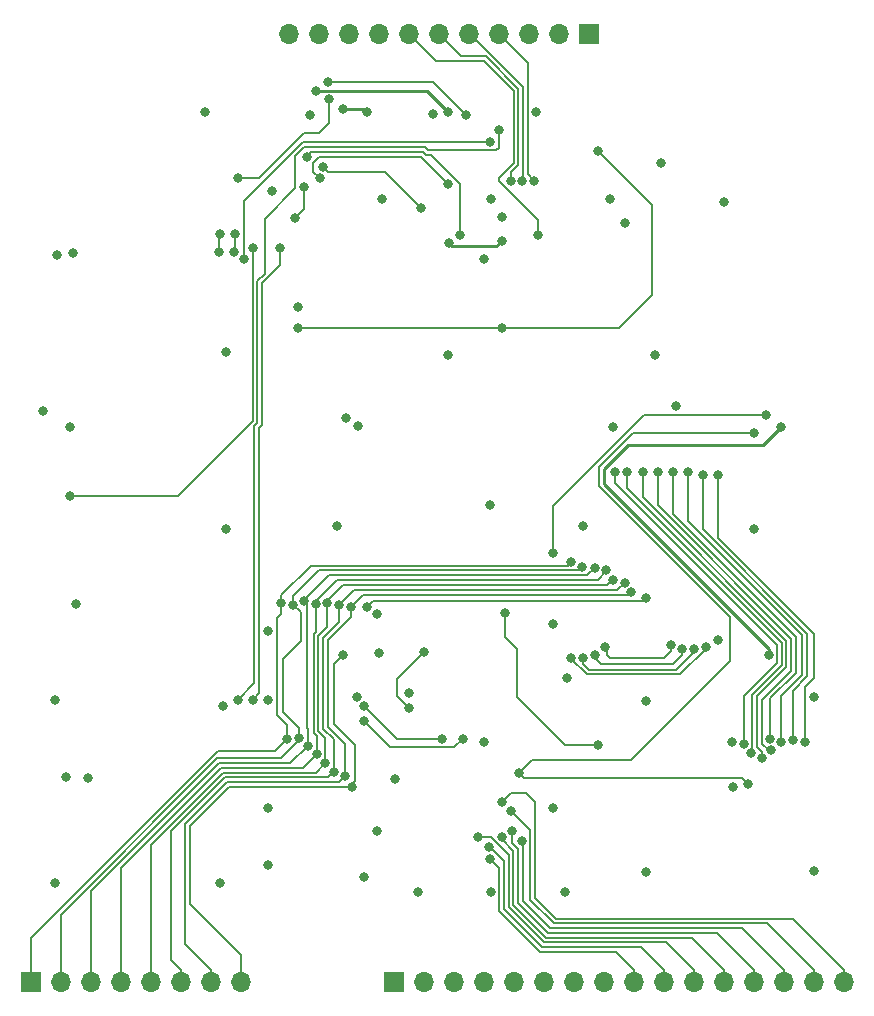
<source format=gbr>
%TF.GenerationSoftware,KiCad,Pcbnew,(6.0.0-0)*%
%TF.CreationDate,2022-02-14T21:13:18-05:00*%
%TF.ProjectId,Minified-Gpr,4d696e69-6669-4656-942d-4770722e6b69,rev?*%
%TF.SameCoordinates,Original*%
%TF.FileFunction,Copper,L4,Bot*%
%TF.FilePolarity,Positive*%
%FSLAX46Y46*%
G04 Gerber Fmt 4.6, Leading zero omitted, Abs format (unit mm)*
G04 Created by KiCad (PCBNEW (6.0.0-0)) date 2022-02-14 21:13:18*
%MOMM*%
%LPD*%
G01*
G04 APERTURE LIST*
%TA.AperFunction,ComponentPad*%
%ADD10R,1.700000X1.700000*%
%TD*%
%TA.AperFunction,ComponentPad*%
%ADD11O,1.700000X1.700000*%
%TD*%
%TA.AperFunction,ViaPad*%
%ADD12C,0.800000*%
%TD*%
%TA.AperFunction,Conductor*%
%ADD13C,0.200000*%
%TD*%
%TA.AperFunction,Conductor*%
%ADD14C,0.250000*%
%TD*%
G04 APERTURE END LIST*
D10*
%TO.P,J1,1,Pin_1*%
%TO.N,BUS0*%
X73929000Y-147574000D03*
D11*
%TO.P,J1,2,Pin_2*%
%TO.N,BUS1*%
X76469000Y-147574000D03*
%TO.P,J1,3,Pin_3*%
%TO.N,BUS2*%
X79009000Y-147574000D03*
%TO.P,J1,4,Pin_4*%
%TO.N,BUS3*%
X81549000Y-147574000D03*
%TO.P,J1,5,Pin_5*%
%TO.N,BUS4*%
X84089000Y-147574000D03*
%TO.P,J1,6,Pin_6*%
%TO.N,BUS5*%
X86629000Y-147574000D03*
%TO.P,J1,7,Pin_7*%
%TO.N,BUS6*%
X89169000Y-147574000D03*
%TO.P,J1,8,Pin_8*%
%TO.N,BUS7*%
X91709000Y-147574000D03*
%TD*%
D10*
%TO.P,J2,1,Pin_1*%
%TO.N,ADDR0*%
X104648000Y-147574000D03*
D11*
%TO.P,J2,2,Pin_2*%
%TO.N,ADDR1*%
X107188000Y-147574000D03*
%TO.P,J2,3,Pin_3*%
%TO.N,ADDR2*%
X109728000Y-147574000D03*
%TO.P,J2,4,Pin_4*%
%TO.N,ADDR3*%
X112268000Y-147574000D03*
%TO.P,J2,5,Pin_5*%
%TO.N,ADDR4*%
X114808000Y-147574000D03*
%TO.P,J2,6,Pin_6*%
%TO.N,ADDR5*%
X117348000Y-147574000D03*
%TO.P,J2,7,Pin_7*%
%TO.N,ADDR6*%
X119888000Y-147574000D03*
%TO.P,J2,8,Pin_8*%
%TO.N,ADDR7*%
X122428000Y-147574000D03*
%TO.P,J2,9,Pin_9*%
%TO.N,ADDR8*%
X124968000Y-147574000D03*
%TO.P,J2,10,Pin_10*%
%TO.N,ADDR9*%
X127508000Y-147574000D03*
%TO.P,J2,11,Pin_11*%
%TO.N,ADDR10*%
X130048000Y-147574000D03*
%TO.P,J2,12,Pin_12*%
%TO.N,ADDR11*%
X132588000Y-147574000D03*
%TO.P,J2,13,Pin_13*%
%TO.N,ADDR12*%
X135128000Y-147574000D03*
%TO.P,J2,14,Pin_14*%
%TO.N,ADDR13*%
X137668000Y-147574000D03*
%TO.P,J2,15,Pin_15*%
%TO.N,ADDR14*%
X140208000Y-147574000D03*
%TO.P,J2,16,Pin_16*%
%TO.N,ADDR15*%
X142748000Y-147574000D03*
%TD*%
D10*
%TO.P,J3,1,Pin_1*%
%TO.N,CONTROL0*%
X121158000Y-67310000D03*
D11*
%TO.P,J3,2,Pin_2*%
%TO.N,CONTROL1*%
X118618000Y-67310000D03*
%TO.P,J3,3,Pin_3*%
%TO.N,CONTROL2*%
X116078000Y-67310000D03*
%TO.P,J3,4,Pin_4*%
%TO.N,CONTROL3*%
X113538000Y-67310000D03*
%TO.P,J3,5,Pin_5*%
%TO.N,CONTROL4*%
X110998000Y-67310000D03*
%TO.P,J3,6,Pin_6*%
%TO.N,CONTROL5*%
X108458000Y-67310000D03*
%TO.P,J3,7,Pin_7*%
%TO.N,CONTROL6*%
X105918000Y-67310000D03*
%TO.P,J3,8,Pin_8*%
%TO.N,~{CONTROL7}*%
X103378000Y-67310000D03*
%TO.P,J3,9,Pin_9*%
%TO.N,CLOCK*%
X100838000Y-67310000D03*
%TO.P,J3,10,Pin_10*%
%TO.N,GND*%
X98298000Y-67310000D03*
%TO.P,J3,11,Pin_11*%
%TO.N,VCC*%
X95758000Y-67310000D03*
%TD*%
D12*
%TO.N,BUS0*%
X119666213Y-112039479D03*
X95641201Y-126982582D03*
X119650497Y-120142000D03*
X95147280Y-115494036D03*
X131050683Y-119234305D03*
%TO.N,BUS1*%
X120585344Y-112438989D03*
X96637733Y-126905582D03*
X120650000Y-120142000D03*
X130048177Y-119376080D03*
X96133282Y-115657757D03*
%TO.N,BUS2*%
X97080785Y-115339572D03*
X97390096Y-127573914D03*
X121653667Y-112519655D03*
X121666000Y-119888000D03*
X129049106Y-119405430D03*
%TO.N,BUS3*%
X98039516Y-115622133D03*
X98169000Y-128279842D03*
X122635576Y-112706364D03*
X122578918Y-119236348D03*
X128112877Y-119055459D03*
%TO.N,BUS4*%
X98868500Y-129032243D03*
X123190000Y-113538000D03*
X99035604Y-115539589D03*
%TO.N,BUS5*%
X100029694Y-115643470D03*
X124206000Y-113792000D03*
X99581339Y-129787561D03*
%TO.N,BUS6*%
X101005186Y-115861233D03*
X124779481Y-114616500D03*
X100522893Y-130122942D03*
%TO.N,BUS7*%
X102362000Y-115824000D03*
X100330000Y-119888000D03*
X101092000Y-131064000D03*
X125984000Y-115062000D03*
%TO.N,ADDR8*%
X112779503Y-137151827D03*
%TO.N,ADDR9*%
X112683664Y-136156930D03*
%TO.N,ADDR10*%
X111770900Y-135356520D03*
%TO.N,ADDR11*%
X113796124Y-135290901D03*
%TO.N,ADDR12*%
X114676141Y-134817007D03*
%TO.N,ADDR13*%
X115486989Y-135636000D03*
%TO.N,ADDR14*%
X114554000Y-133096000D03*
%TO.N,ADDR15*%
X113792000Y-132334000D03*
%TO.N,CLOCK*%
X99157000Y-72860500D03*
X91440000Y-79502000D03*
%TO.N,GND*%
X74970000Y-99250000D03*
X100580000Y-99810000D03*
X103270000Y-116430000D03*
X99821380Y-108977543D03*
X90424000Y-109220000D03*
X89916000Y-139192000D03*
X76140000Y-86060000D03*
X75946000Y-123698000D03*
X140208000Y-123444000D03*
X132588000Y-81534000D03*
X112912348Y-81338826D03*
X109220000Y-94488000D03*
X75946000Y-139192000D03*
X94377983Y-80654773D03*
X112872945Y-139954000D03*
X112268000Y-127254000D03*
X90424000Y-94234000D03*
X122936000Y-81280000D03*
X90170000Y-124206000D03*
X120650000Y-108966000D03*
X101568359Y-123428980D03*
X102108000Y-138684000D03*
X112776000Y-107188000D03*
X113792000Y-82804000D03*
X126046500Y-123832625D03*
X104770000Y-130370000D03*
X135128000Y-109220000D03*
X126046500Y-138241481D03*
X128590000Y-98860000D03*
X103632000Y-81280000D03*
X140208000Y-138176000D03*
X76930000Y-130240000D03*
X126746000Y-94488000D03*
%TO.N,Net-(U2-Pad13)*%
X97028000Y-80264000D03*
X96309463Y-82877700D03*
%TO.N,VCC*%
X118140604Y-117317397D03*
X118110000Y-132842000D03*
X116706031Y-73914000D03*
X133350000Y-131064000D03*
X124206000Y-83312000D03*
X106680000Y-139954000D03*
X93980000Y-123698000D03*
X132122154Y-118660154D03*
X123190000Y-100584000D03*
X119126000Y-139954000D03*
X112268000Y-86360000D03*
X105929543Y-123093056D03*
X93980000Y-137668000D03*
X119283054Y-121884752D03*
X108012000Y-74106000D03*
X77470000Y-85852000D03*
X93980000Y-117856000D03*
X96520000Y-90424000D03*
X77216000Y-100584000D03*
X77724000Y-115570000D03*
X97536000Y-74168000D03*
X103370000Y-119760000D03*
X93980000Y-132842000D03*
X103240000Y-134770000D03*
X127254000Y-78232000D03*
X88646000Y-73914000D03*
X133300713Y-127252889D03*
X101610000Y-100510000D03*
X78740000Y-130302000D03*
%TO.N,/~{F_OUT}*%
X113792000Y-92202000D03*
X96520000Y-92202000D03*
X121920000Y-77216000D03*
%TO.N,/~{S3_OUT}*%
X134620000Y-130810000D03*
X135128000Y-101092000D03*
X115228400Y-129881599D03*
%TO.N,/~{S1S2_OUT}*%
X107188000Y-119634000D03*
X105904076Y-124375517D03*
%TO.N,/~{S2_OUT}*%
X95052825Y-85475233D03*
X92710000Y-123698000D03*
%TO.N,/~{D_OUT}*%
X77216000Y-106426000D03*
X92770048Y-85454840D03*
%TO.N,/S1D7*%
X108712000Y-127000000D03*
X102173288Y-124224632D03*
%TO.N,/S1D6*%
X110490000Y-127000000D03*
X102108000Y-125476000D03*
%TO.N,CONTROL3*%
X116553006Y-79756000D03*
%TO.N,CONTROL4*%
X115553503Y-79756000D03*
%TO.N,CONTROL5*%
X114554000Y-79756000D03*
%TO.N,CONTROL6*%
X116840000Y-84328000D03*
%TO.N,Net-(U2-Pad11)*%
X98044000Y-72136000D03*
X109220000Y-73914000D03*
%TO.N,Net-(U2-Pad10)*%
X98626662Y-78590899D03*
X106934000Y-82042000D03*
%TO.N,/~{S3_LSB_OUT}*%
X136144000Y-99568000D03*
X118110000Y-111252000D03*
%TO.N,/~{S3_MSB_OUT}*%
X136398000Y-119888000D03*
X137414000Y-100584000D03*
%TO.N,/LDF*%
X109312000Y-84998000D03*
X113792000Y-84836000D03*
%TO.N,Net-(U2-Pad9)*%
X110236000Y-84328000D03*
X97282000Y-77724000D03*
%TO.N,Net-(U2-Pad12)*%
X99060000Y-71374000D03*
X110744000Y-74168000D03*
%TO.N,/LDC*%
X89916000Y-84250500D03*
X89883707Y-85789500D03*
%TO.N,/LDD*%
X91104553Y-85789500D03*
X91186000Y-84250500D03*
%TO.N,/LDS1*%
X112776000Y-76454000D03*
X91948000Y-86360000D03*
%TO.N,/LDS2*%
X91440000Y-123698000D03*
X113538000Y-75438000D03*
%TO.N,Net-(U20-Pad1)*%
X98380067Y-79559504D03*
X109220000Y-80010000D03*
%TO.N,Net-(U20-Pad12)*%
X102362000Y-73914000D03*
X100330000Y-73660000D03*
%TO.N,/S3L7*%
X121920000Y-127508000D03*
X114046000Y-116332000D03*
%TO.N,/S3H7*%
X139446000Y-127254000D03*
X132080000Y-104648000D03*
%TO.N,/S3H6*%
X138431099Y-127087702D03*
X130810000Y-104648000D03*
%TO.N,/S3H5*%
X137456172Y-127307978D03*
X129540000Y-104456500D03*
%TO.N,/S3H4*%
X136504098Y-126992617D03*
X128270000Y-104456500D03*
%TO.N,/S3H3*%
X136596437Y-127987845D03*
X127000000Y-104456500D03*
%TO.N,/S3H2*%
X135839777Y-128640892D03*
X125730000Y-104456500D03*
%TO.N,/S3H1*%
X124408640Y-104456500D03*
X134923571Y-128241429D03*
%TO.N,/S3H0*%
X123409137Y-104456500D03*
X134283481Y-127435023D03*
%TD*%
D13*
%TO.N,BUS0*%
X94607783Y-128016000D02*
X89771046Y-128016000D01*
X89771046Y-128016000D02*
X73929000Y-143858046D01*
X95641201Y-126982582D02*
X95641201Y-125867201D01*
X120992516Y-121557510D02*
X128855990Y-121557510D01*
X128855990Y-121557510D02*
X131050683Y-119362817D01*
X95641201Y-126982582D02*
X94607783Y-128016000D01*
X97661539Y-112339468D02*
X119366224Y-112339468D01*
X119650497Y-120215490D02*
X120992516Y-121557510D01*
X95641201Y-125867201D02*
X94742000Y-124968000D01*
X95147280Y-114853727D02*
X97661539Y-112339468D01*
X94742000Y-124968000D02*
X94742000Y-116811111D01*
X95147280Y-115494036D02*
X95147280Y-114853727D01*
X131050683Y-119362817D02*
X131050683Y-119234305D01*
X73929000Y-143858046D02*
X73929000Y-147574000D01*
X95147280Y-116405831D02*
X95147280Y-115494036D01*
X119366224Y-112339468D02*
X119666213Y-112039479D01*
X119650497Y-120142000D02*
X119650497Y-120215490D01*
X94742000Y-116811111D02*
X95147280Y-116405831D01*
%TO.N,BUS1*%
X96774000Y-118701020D02*
X96774000Y-116298475D01*
X96133282Y-114940718D02*
X98335021Y-112738979D01*
X76469000Y-141883039D02*
X89685105Y-128666934D01*
X95250000Y-124714000D02*
X95250000Y-120225020D01*
X121158000Y-121158000D02*
X128524000Y-121158000D01*
X96774000Y-116298475D02*
X96133282Y-115657757D01*
X130048177Y-119633823D02*
X130048177Y-119376080D01*
X120650000Y-120142000D02*
X120650000Y-120650000D01*
X96637733Y-126101733D02*
X95250000Y-124714000D01*
X128524000Y-121158000D02*
X130048177Y-119633823D01*
X96637733Y-127096934D02*
X96637733Y-126905582D01*
X96133282Y-115657757D02*
X96133282Y-114940718D01*
X89685105Y-128666934D02*
X95067733Y-128666934D01*
X95250000Y-120225020D02*
X96774000Y-118701020D01*
X120285354Y-112738979D02*
X120585344Y-112438989D01*
X98335021Y-112738979D02*
X120285354Y-112738979D01*
X96637733Y-126905582D02*
X96637733Y-126101733D01*
X120650000Y-120650000D02*
X121158000Y-121158000D01*
X76469000Y-147574000D02*
X76469000Y-141883039D01*
X95067733Y-128666934D02*
X96637733Y-127096934D01*
%TO.N,BUS2*%
X89850588Y-129066445D02*
X95897565Y-129066445D01*
X97390096Y-127573914D02*
X97390096Y-126149090D01*
X97299376Y-126058370D02*
X97299376Y-115558163D01*
X129049106Y-119870894D02*
X129049106Y-119405430D01*
X97390096Y-126149090D02*
X97299376Y-126058370D01*
X79009000Y-139908033D02*
X89850588Y-129066445D01*
X121666000Y-119888000D02*
X121666000Y-120142000D01*
X121034833Y-113138489D02*
X121653667Y-112519655D01*
X97080785Y-115339572D02*
X97080785Y-115263215D01*
X97299376Y-115558163D02*
X97080785Y-115339572D01*
X122174000Y-120650000D02*
X128270000Y-120650000D01*
X121666000Y-120142000D02*
X122174000Y-120650000D01*
X95897565Y-129066445D02*
X97390096Y-127573914D01*
X99205511Y-113138489D02*
X121034833Y-113138489D01*
X79009000Y-147574000D02*
X79009000Y-139908033D01*
X97080785Y-115263215D02*
X99205511Y-113138489D01*
X128270000Y-120650000D02*
X129049106Y-119870894D01*
%TO.N,BUS3*%
X81549000Y-147574000D02*
X81549000Y-137933026D01*
X97861469Y-126480452D02*
X97861469Y-118121551D01*
X98039516Y-115622133D02*
X98039516Y-115320484D01*
X99822000Y-113538000D02*
X121920000Y-113538000D01*
X98039516Y-115320484D02*
X99822000Y-113538000D01*
X122936000Y-120142000D02*
X127508000Y-120142000D01*
X96982886Y-129465956D02*
X98169000Y-128279842D01*
X122682000Y-119888000D02*
X122936000Y-120142000D01*
X122635576Y-112822424D02*
X122635576Y-112706364D01*
X98039516Y-117943504D02*
X98039516Y-115622133D01*
X81549000Y-137933026D02*
X90016070Y-129465956D01*
X98169000Y-128279842D02*
X98169000Y-126787983D01*
X97861469Y-118121551D02*
X98039516Y-117943504D01*
X98169000Y-126787983D02*
X97861469Y-126480452D01*
X122682000Y-119339430D02*
X122682000Y-119888000D01*
X127508000Y-120142000D02*
X128112877Y-119537123D01*
X128112877Y-119537123D02*
X128112877Y-119055459D01*
X121920000Y-113538000D02*
X122635576Y-112822424D01*
X90016070Y-129465956D02*
X96982886Y-129465956D01*
X122578918Y-119236348D02*
X122682000Y-119339430D01*
%TO.N,BUS4*%
X100367021Y-114008979D02*
X99035604Y-115340396D01*
X98035276Y-129865467D02*
X98868500Y-129032243D01*
X123190000Y-113538000D02*
X122719021Y-114008979D01*
X98260978Y-118287036D02*
X99035604Y-117512410D01*
X98868500Y-129032243D02*
X98868500Y-126922487D01*
X84089000Y-135958020D02*
X90181553Y-129865467D01*
X84089000Y-147574000D02*
X84089000Y-135958020D01*
X90181553Y-129865467D02*
X98035276Y-129865467D01*
X99035604Y-117512410D02*
X99035604Y-115539589D01*
X98260980Y-126314968D02*
X98260978Y-118287036D01*
X98868500Y-126922487D02*
X98260980Y-126314968D01*
X99035604Y-115340396D02*
X99035604Y-115539589D01*
X122719021Y-114008979D02*
X100367021Y-114008979D01*
%TO.N,BUS5*%
X123589511Y-114408489D02*
X124206000Y-113792000D01*
X85779000Y-145708000D02*
X85779000Y-134833013D01*
X85779000Y-134833013D02*
X90347035Y-130264978D01*
X98660490Y-126149484D02*
X98660489Y-118452518D01*
X99568000Y-129774222D02*
X99568000Y-127056994D01*
X100029694Y-117083313D02*
X100029694Y-115643470D01*
X99103922Y-130264978D02*
X99581339Y-129787561D01*
X98660489Y-118452518D02*
X100029694Y-117083313D01*
X99581339Y-129787561D02*
X99568000Y-129774222D01*
X90347035Y-130264978D02*
X99103922Y-130264978D01*
X86629000Y-146558000D02*
X86629000Y-147574000D01*
X101264675Y-114408489D02*
X123589511Y-114408489D01*
X86629000Y-146558000D02*
X85779000Y-145708000D01*
X99568000Y-127056994D02*
X98660490Y-126149484D01*
X100029694Y-115643470D02*
X101264675Y-114408489D01*
%TO.N,BUS6*%
X89169000Y-146558000D02*
X86976489Y-144365489D01*
X99060000Y-118618000D02*
X101005186Y-116672814D01*
X100522893Y-130122942D02*
X100522893Y-127446893D01*
X86976489Y-144365489D02*
X86976489Y-134200517D01*
X90512517Y-130664489D02*
X99981346Y-130664489D01*
X99060000Y-125984000D02*
X99060000Y-118618000D01*
X101005186Y-116672814D02*
X101005186Y-115861233D01*
X89169000Y-146558000D02*
X89169000Y-147574000D01*
X101005186Y-115861233D02*
X102058419Y-114808000D01*
X86976489Y-134200517D02*
X90512517Y-130664489D01*
X99981346Y-130664489D02*
X100522893Y-130122942D01*
X100522893Y-127446893D02*
X99060000Y-125984000D01*
X102058419Y-114808000D02*
X124587981Y-114808000D01*
X124587981Y-114808000D02*
X124779481Y-114616500D01*
%TO.N,BUS7*%
X101092000Y-130810000D02*
X101346000Y-130556000D01*
X101092000Y-131064000D02*
X101092000Y-130810000D01*
X91709000Y-145303000D02*
X87376000Y-140970000D01*
X99568000Y-125730000D02*
X99568000Y-120650000D01*
X125730000Y-115316000D02*
X125984000Y-115062000D01*
X99568000Y-120650000D02*
X100330000Y-119888000D01*
X87376000Y-134366000D02*
X90678000Y-131064000D01*
X102870000Y-115316000D02*
X125730000Y-115316000D01*
X91709000Y-147574000D02*
X91709000Y-145303000D01*
X90678000Y-131064000D02*
X101092000Y-131064000D01*
X99568000Y-125730000D02*
X101346000Y-127508000D01*
X102362000Y-115824000D02*
X102870000Y-115316000D01*
X87376000Y-140970000D02*
X87376000Y-134366000D01*
X101346000Y-130556000D02*
X101346000Y-127508000D01*
%TO.N,ADDR8*%
X113572445Y-137944769D02*
X112779503Y-137151827D01*
X117065613Y-145036580D02*
X113572445Y-141543410D01*
X124968000Y-146558000D02*
X123446580Y-145036580D01*
X124968000Y-146558000D02*
X124968000Y-147574000D01*
X123446580Y-145036580D02*
X117065613Y-145036580D01*
X113572445Y-141543410D02*
X113572445Y-137944769D01*
%TO.N,ADDR9*%
X125587069Y-144637069D02*
X117231097Y-144637069D01*
X112814951Y-136156930D02*
X112683664Y-136156930D01*
X127508000Y-147574000D02*
X127508000Y-146558000D01*
X117231097Y-144637069D02*
X113971956Y-141377928D01*
X127508000Y-146558000D02*
X125587069Y-144637069D01*
X113971957Y-137313936D02*
X112814951Y-136156930D01*
X113971956Y-141377928D02*
X113971957Y-137313936D01*
%TO.N,ADDR10*%
X117396582Y-144237561D02*
X114371467Y-141212446D01*
X114371468Y-136855490D02*
X112872498Y-135356520D01*
X130048000Y-146558000D02*
X130048000Y-147574000D01*
X130048000Y-146558000D02*
X127727561Y-144237561D01*
X112872498Y-135356520D02*
X111770900Y-135356520D01*
X114371467Y-141212446D02*
X114371468Y-136855490D01*
X127727561Y-144237561D02*
X117396582Y-144237561D01*
%TO.N,ADDR11*%
X132588000Y-147574000D02*
X132588000Y-146558000D01*
X132588000Y-146558000D02*
X129868039Y-143838039D01*
X114770978Y-141046964D02*
X114770979Y-136474229D01*
X129868039Y-143838039D02*
X117562053Y-143838039D01*
X117562053Y-143838039D02*
X114770978Y-141046964D01*
X113796124Y-135499374D02*
X113796124Y-135290901D01*
X114770979Y-136474229D02*
X113796124Y-135499374D01*
%TO.N,ADDR12*%
X135128000Y-146558000D02*
X132008531Y-143438531D01*
X132008531Y-143438531D02*
X117727538Y-143438531D01*
X135128000Y-147574000D02*
X135128000Y-146558000D01*
X117727538Y-143438531D02*
X115170489Y-140881482D01*
X115170489Y-140881482D02*
X115170489Y-136308745D01*
X114676141Y-135814397D02*
X114676141Y-134817007D01*
X115170489Y-136308745D02*
X114676141Y-135814397D01*
%TO.N,ADDR13*%
X137668000Y-146558000D02*
X134149021Y-143039021D01*
X115570000Y-135719011D02*
X115486989Y-135636000D01*
X115570000Y-140716000D02*
X115570000Y-135719011D01*
X118033032Y-143039021D02*
X117996011Y-143002000D01*
X134149021Y-143039021D02*
X118033032Y-143039021D01*
X137668000Y-147574000D02*
X137668000Y-146558000D01*
X117856000Y-143002000D02*
X115570000Y-140716000D01*
X117996011Y-143002000D02*
X117856000Y-143002000D01*
%TO.N,ADDR14*%
X118198517Y-142639511D02*
X116186490Y-140627484D01*
X116186489Y-134728489D02*
X114554000Y-133096000D01*
X140208000Y-146558000D02*
X136289511Y-142639511D01*
X136289511Y-142639511D02*
X118198517Y-142639511D01*
X116186490Y-140627484D02*
X116186489Y-134728489D01*
X140208000Y-147574000D02*
X140208000Y-146558000D01*
%TO.N,ADDR15*%
X142748000Y-147574000D02*
X142748000Y-146558000D01*
X114554000Y-131572000D02*
X115824000Y-131572000D01*
X116586000Y-132334000D02*
X116586000Y-140462000D01*
X116586000Y-140462000D02*
X118364000Y-142240000D01*
X118364000Y-142240000D02*
X138430000Y-142240000D01*
X113792000Y-132334000D02*
X114554000Y-131572000D01*
X138430000Y-142240000D02*
X142748000Y-146558000D01*
X115824000Y-131572000D02*
X116586000Y-132334000D01*
%TO.N,CLOCK*%
X99157000Y-74833000D02*
X99157000Y-72860500D01*
X98298000Y-75692000D02*
X99157000Y-74833000D01*
X97028000Y-75692000D02*
X98298000Y-75692000D01*
X93218000Y-79502000D02*
X97028000Y-75692000D01*
X91440000Y-79502000D02*
X93218000Y-79502000D01*
%TO.N,Net-(U2-Pad13)*%
X97028000Y-80264000D02*
X97028000Y-82159163D01*
X97028000Y-82159163D02*
X96309463Y-82877700D01*
%TO.N,/~{F_OUT}*%
X113792000Y-92202000D02*
X96520000Y-92202000D01*
X126492000Y-89408000D02*
X126492000Y-81788000D01*
X126492000Y-81788000D02*
X121920000Y-77216000D01*
X113792000Y-92202000D02*
X123698000Y-92202000D01*
X123698000Y-92202000D02*
X126492000Y-89408000D01*
%TO.N,/~{S3_OUT}*%
X122003489Y-105585838D02*
X122003489Y-103964161D01*
X133096000Y-120396000D02*
X133096000Y-116678350D01*
X134112000Y-130302000D02*
X115648801Y-130302000D01*
X115228400Y-129881599D02*
X116331999Y-128778000D01*
X116331999Y-128778000D02*
X124714000Y-128778000D01*
X115648801Y-130302000D02*
X115228400Y-129881599D01*
X124875650Y-101092000D02*
X135128000Y-101092000D01*
X134620000Y-130810000D02*
X134112000Y-130302000D01*
X122003489Y-103964161D02*
X124875650Y-101092000D01*
X124714000Y-128778000D02*
X133096000Y-120396000D01*
X133096000Y-116678350D02*
X122003489Y-105585838D01*
%TO.N,/~{S1S2_OUT}*%
X107188000Y-119634000D02*
X104902000Y-121920000D01*
X104902000Y-123373441D02*
X105904076Y-124375517D01*
X104902000Y-121920000D02*
X104902000Y-123373441D01*
%TO.N,/~{S2_OUT}*%
X95052825Y-86905191D02*
X95052825Y-85475233D01*
X93255021Y-123152979D02*
X93255021Y-100660966D01*
X92710000Y-123698000D02*
X93255021Y-123152979D01*
X93255021Y-100660966D02*
X93509021Y-100406966D01*
X93509021Y-88448995D02*
X95052825Y-86905191D01*
X93509021Y-100406966D02*
X93509021Y-88448995D01*
%TO.N,/~{D_OUT}*%
X92710000Y-100076000D02*
X92710000Y-85514888D01*
X77216000Y-106426000D02*
X86360000Y-106426000D01*
X92710000Y-85514888D02*
X92770048Y-85454840D01*
X86360000Y-106426000D02*
X92710000Y-100076000D01*
%TO.N,/S1D7*%
X104948656Y-127000000D02*
X108712000Y-127000000D01*
X102173288Y-124224632D02*
X104948656Y-127000000D01*
%TO.N,/S1D6*%
X109790499Y-127699501D02*
X110490000Y-127000000D01*
X102108000Y-125476000D02*
X104331501Y-127699501D01*
X104331501Y-127699501D02*
X109790499Y-127699501D01*
%TO.N,CONTROL3*%
X116006531Y-79209525D02*
X116553006Y-79756000D01*
X113538000Y-67310000D02*
X116006531Y-69778531D01*
X116006531Y-69778531D02*
X116006531Y-79209525D01*
%TO.N,CONTROL4*%
X111111987Y-67310000D02*
X115607021Y-71805034D01*
X115607021Y-71805034D02*
X115607021Y-79702482D01*
X115607021Y-79702482D02*
X115553503Y-79756000D01*
X110998000Y-67310000D02*
X111111987Y-67310000D01*
%TO.N,CONTROL5*%
X114554000Y-79050994D02*
X115207511Y-78397482D01*
X110344489Y-69196489D02*
X108458000Y-67310000D01*
X115207510Y-71970516D02*
X112433482Y-69196489D01*
X114554000Y-79756000D02*
X114554000Y-79050994D01*
X115207511Y-78397482D02*
X115207510Y-71970516D01*
X112433482Y-69196489D02*
X110344489Y-69196489D01*
%TO.N,CONTROL6*%
X113538000Y-79756000D02*
X116840000Y-83058000D01*
X112268000Y-69596000D02*
X114808000Y-72136000D01*
X108204000Y-69596000D02*
X112268000Y-69596000D01*
X113538000Y-79502000D02*
X113538000Y-79756000D01*
X105918000Y-67310000D02*
X108204000Y-69596000D01*
X113538000Y-79502000D02*
X114808000Y-78232000D01*
X116840000Y-83058000D02*
X116840000Y-84328000D01*
X114808000Y-72136000D02*
X114808000Y-78232000D01*
D14*
%TO.N,Net-(U2-Pad11)*%
X107442000Y-72136000D02*
X109220000Y-73914000D01*
X98044000Y-72136000D02*
X107442000Y-72136000D01*
D13*
%TO.N,Net-(U2-Pad10)*%
X106934000Y-82042000D02*
X103923020Y-79031020D01*
X99066783Y-79031020D02*
X98626662Y-78590899D01*
X103923020Y-79031020D02*
X99066783Y-79031020D01*
%TO.N,/~{S3_LSB_OUT}*%
X118110000Y-107292657D02*
X125834657Y-99568000D01*
X125834657Y-99568000D02*
X136144000Y-99568000D01*
X118110000Y-111252000D02*
X118110000Y-107292657D01*
D14*
%TO.N,/~{S3_MSB_OUT}*%
X123190000Y-103378000D02*
X124460000Y-102108000D01*
X135890000Y-102108000D02*
X136906000Y-101092000D01*
X136398000Y-119380000D02*
X122682000Y-105664000D01*
X122428000Y-105410000D02*
X122428000Y-104394000D01*
X122428000Y-104140000D02*
X123190000Y-103378000D01*
X124460000Y-102108000D02*
X129794000Y-102108000D01*
X129794000Y-102108000D02*
X135890000Y-102108000D01*
X122682000Y-105664000D02*
X122428000Y-105410000D01*
X136398000Y-119888000D02*
X136398000Y-119380000D01*
X136906000Y-101092000D02*
X137414000Y-100584000D01*
X122428000Y-104394000D02*
X122428000Y-104140000D01*
%TO.N,/LDF*%
X109620501Y-85306501D02*
X109312000Y-84998000D01*
X113792000Y-84836000D02*
X113321499Y-85306501D01*
X113321499Y-85306501D02*
X109620501Y-85306501D01*
D13*
%TO.N,Net-(U2-Pad9)*%
X107353483Y-77578489D02*
X107804489Y-77578489D01*
X107099484Y-77324490D02*
X107353483Y-77578489D01*
X97681510Y-77324490D02*
X107099484Y-77324490D01*
X107804489Y-77578489D02*
X110236000Y-80010000D01*
X97282000Y-77724000D02*
X97681510Y-77324490D01*
X110236000Y-80010000D02*
X110236000Y-84328000D01*
%TO.N,Net-(U2-Pad12)*%
X99060000Y-71374000D02*
X107950000Y-71374000D01*
X107950000Y-71374000D02*
X110744000Y-74168000D01*
%TO.N,/LDC*%
X89883707Y-85789500D02*
X89883707Y-84282793D01*
X89883707Y-84282793D02*
X89916000Y-84250500D01*
%TO.N,/LDD*%
X91104553Y-85789500D02*
X91186000Y-85708053D01*
X91186000Y-85708053D02*
X91186000Y-84250500D01*
%TO.N,/LDS1*%
X96997762Y-76454000D02*
X112776000Y-76454000D01*
X91948000Y-81503762D02*
X96997762Y-76454000D01*
X91948000Y-86360000D02*
X91948000Y-81503762D01*
%TO.N,/LDS2*%
X113321022Y-77178978D02*
X113538000Y-76962000D01*
X93109511Y-88283511D02*
X93726000Y-87667022D01*
X92855511Y-100495483D02*
X93109511Y-100241482D01*
X92855511Y-122282489D02*
X92855511Y-100495483D01*
X93726000Y-82994755D02*
X96328499Y-80392256D01*
X96328499Y-80392256D02*
X96328499Y-77688256D01*
X107518965Y-77178978D02*
X113321022Y-77178978D01*
X96328499Y-77688256D02*
X97091776Y-76924979D01*
X113538000Y-76962000D02*
X113538000Y-75438000D01*
X93109511Y-100241482D02*
X93109511Y-88283511D01*
X91440000Y-123698000D02*
X92855511Y-122282489D01*
X107264964Y-76924979D02*
X107518965Y-77178978D01*
X93726000Y-87667022D02*
X93726000Y-82994755D01*
X97091776Y-76924979D02*
X107264964Y-76924979D01*
%TO.N,Net-(U20-Pad1)*%
X97852499Y-78226495D02*
X97852499Y-79031936D01*
X109220000Y-80010000D02*
X106934000Y-77724000D01*
X98354994Y-77724000D02*
X97852499Y-78226495D01*
X106934000Y-77724000D02*
X98354994Y-77724000D01*
X97852499Y-79031936D02*
X98380067Y-79559504D01*
D14*
%TO.N,Net-(U20-Pad12)*%
X100330000Y-73660000D02*
X102108000Y-73660000D01*
X102108000Y-73660000D02*
X102362000Y-73914000D01*
D13*
%TO.N,/S3L7*%
X114046000Y-118364000D02*
X114046000Y-116332000D01*
X121920000Y-127508000D02*
X119126000Y-127508000D01*
X119126000Y-127508000D02*
X115062000Y-123444000D01*
X115062000Y-119380000D02*
X114046000Y-118364000D01*
X115062000Y-123444000D02*
X115062000Y-119380000D01*
%TO.N,/S3H7*%
X132080000Y-109982000D02*
X140208000Y-118110000D01*
X140208000Y-118110000D02*
X140208000Y-121889647D01*
X139446000Y-122651647D02*
X139446000Y-127254000D01*
X140208000Y-121889647D02*
X139446000Y-122651647D01*
X132080000Y-104648000D02*
X132080000Y-109982000D01*
%TO.N,/S3H6*%
X138431099Y-122934901D02*
X138431099Y-127087702D01*
X130810000Y-109276994D02*
X139676911Y-118143905D01*
X139676911Y-121689089D02*
X138431099Y-122934901D01*
X139676911Y-118143905D02*
X139676911Y-121689089D01*
X130810000Y-104648000D02*
X130810000Y-109276994D01*
%TO.N,/S3H5*%
X139192000Y-121609007D02*
X137456172Y-123344835D01*
X129540000Y-108571988D02*
X139192000Y-118223988D01*
X139192000Y-118223988D02*
X139192000Y-121609007D01*
X129540000Y-104456500D02*
X129540000Y-108571988D01*
X137456172Y-123344835D02*
X137456172Y-127307978D01*
%TO.N,/S3H4*%
X128270000Y-107950000D02*
X138695550Y-118375550D01*
X136504099Y-123591901D02*
X136504098Y-126992617D01*
X138695550Y-121400450D02*
X136504099Y-123591901D01*
X128270000Y-104456500D02*
X128270000Y-107950000D01*
X138695550Y-118375550D02*
X138695550Y-121400450D01*
%TO.N,/S3H3*%
X136383021Y-127987845D02*
X136596437Y-127987845D01*
X127000000Y-104456500D02*
X127000000Y-107244994D01*
X138296034Y-121234973D02*
X135803405Y-123727602D01*
X127000000Y-107244994D02*
X138296034Y-118541028D01*
X135803405Y-123727602D02*
X135803404Y-127408228D01*
X138296034Y-118541028D02*
X138296034Y-121234973D01*
X135803404Y-127408228D02*
X136383021Y-127987845D01*
%TO.N,/S3H2*%
X125730000Y-104456500D02*
X125730000Y-106539988D01*
X135403894Y-127667200D02*
X135839777Y-128103083D01*
X137896515Y-118706503D02*
X137896515Y-120929487D01*
X135839777Y-128103083D02*
X135839777Y-128640892D01*
X125730000Y-106539988D02*
X137896515Y-118706503D01*
X135403894Y-123422108D02*
X135403894Y-127667200D01*
X137896515Y-120929487D02*
X135403894Y-123422108D01*
%TO.N,/S3H1*%
X135004383Y-128160617D02*
X134923571Y-128241429D01*
X137497011Y-118871993D02*
X137497011Y-120763997D01*
X124408640Y-105783622D02*
X137497011Y-118871993D01*
X124408640Y-104456500D02*
X124408640Y-105783622D01*
X137497011Y-120763997D02*
X135004383Y-123256625D01*
X135004383Y-123256625D02*
X135004383Y-128160617D01*
%TO.N,/S3H0*%
X137085957Y-120189288D02*
X137085956Y-120610058D01*
X134283481Y-123412533D02*
X134283481Y-127435023D01*
X123409137Y-104456500D02*
X123409137Y-105372215D01*
X137085956Y-120610058D02*
X134283481Y-123412533D01*
X137097501Y-120177744D02*
X137085957Y-120189288D01*
X123409137Y-105372215D02*
X137097501Y-119060579D01*
X137097501Y-119060579D02*
X137097501Y-120177744D01*
%TD*%
M02*

</source>
